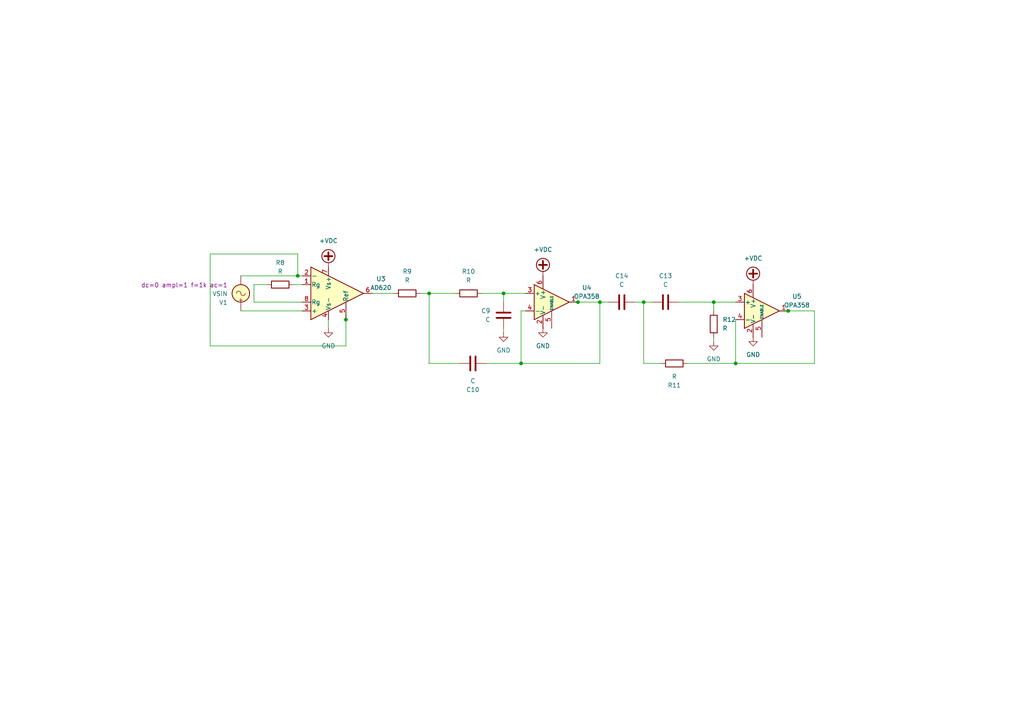
<source format=kicad_sch>
(kicad_sch (version 20231120) (generator "eeschema") (generator_version "8.0")
  (paper "A4")
  (lib_symbols
    (symbol "Amplifier_Instrumentation:AD620" (pin_names (offset 0.127))
      (property "Reference" "U" (at 3.81 7.62 0))
      (property "Value" "AD620" (at 5.08 5.08 0))
      (symbol "AD620_0_1"
        (polyline (pts (xy -7.62 7.62) (xy -7.62 -7.62) (xy 7.62 0) (xy -7.62 7.62)) (stroke (width 0.254)) (fill (type background)))
      )
      (symbol "AD620_1_1"
        (pin passive line (at -10.16 2.54 0) (length 2.54) (name "Rg") (number "1"))
        (pin input line (at -10.16 5.08 0) (length 2.54) (name "-") (number "2"))
        (pin input line (at -10.16 -5.08 0) (length 2.54) (name "+") (number "3"))
        (pin power_in line (at -2.54 -7.62 90) (length 2.54) (name "Vs-") (number "4"))
        (pin passive line (at 2.54 -7.62 90) (length 5.08) (name "Ref") (number "5"))
        (pin output line (at 10.16 0 180) (length 2.54) (name "~") (number "6"))
        (pin power_in line (at -2.54 7.62 270) (length 2.54) (name "Vs+") (number "7"))
        (pin passive line (at -10.16 -2.54 0) (length 2.54) (name "Rg") (number "8"))
      )
    )
    (symbol "Device:C" (pin_numbers hide) (pin_names (offset 0.254))
      (property "Reference" "C" (at 0.635 2.54 0))
      (property "Value" "C" (at 0.635 -2.54 0))
      (symbol "C_0_1"
        (polyline (pts (xy -2.032 -0.762) (xy 2.032 -0.762)) (stroke (width 0.508)))
        (polyline (pts (xy -2.032 0.762) (xy 2.032 0.762)) (stroke (width 0.508)))
      )
      (symbol "C_1_1"
        (pin passive line (at 0 3.81 270) (length 2.794) (name "~") (number "1"))
        (pin passive line (at 0 -3.81 90) (length 2.794) (name "~") (number "2"))
      )
    )
    (symbol "Device:R" (pin_numbers hide) (pin_names (offset 0))
      (property "Reference" "R" (at 2.032 0 90))
      (property "Value" "R" (at 0 0 90))
      (symbol "R_0_1"
        (rectangle (start -1.016 -2.54) (end 1.016 2.54) (stroke (width 0.254)))
      )
      (symbol "R_1_1"
        (pin passive line (at 0 3.81 270) (length 1.27) (name "~") (number "1"))
        (pin passive line (at 0 -3.81 90) (length 1.27) (name "~") (number "2"))
      )
    )
    (symbol "OPA358:OPA358" (pin_names (offset 0.127))
      (property "Reference" "U" (at 3.81 3.81 0))
      (property "Value" "OPA358" (at 3.81 -3.81 0))
      (symbol "OPA358_0_1"
        (polyline (pts (xy -5.08 5.08) (xy 5.08 0) (xy -5.08 -5.08) (xy -5.08 5.08)) (stroke (width 0.254)) (fill (type background)))
      )
      (symbol "OPA358_1_1"
        (pin output line (at 7.62 0 180) (length 2.54) (name "~") (number "1"))
        (pin power_in line (at -2.54 -7.62 90) (length 3.81) (name "V-") (number "2"))
        (pin input line (at -7.62 2.54 0) (length 2.54) (name "+") (number "3"))
        (pin input line (at -7.62 -2.54 0) (length 2.54) (name "-") (number "4"))
        (pin input line (at 0 -7.62 90) (length 5.08) (name "ENABLE") (number "5"))
        (pin power_in line (at -2.54 7.62 270) (length 3.81) (name "V+") (number "6"))
      )
    )
    (symbol "Simulation_SPICE:VSIN" (pin_numbers hide) (pin_names (offset 0.0254))
      (property "Reference" "V" (at 2.54 2.54 0))
      (property "Value" "VSIN" (at 2.54 0 0))
      (property "Sim.Params" "dc=0 ampl=1 f=1k ac=1" (at 2.54 -2.54 0))
      (symbol "VSIN_0_0"
        (arc (start 0 0) (mid -0.635 0.6323) (end -1.27 0))
        (arc (start 0 0) (mid 0.635 -0.6323) (end 1.27 0))
        (text "+" (at 0 1.905 0) (effects (font (size 1.27 1.27))))
      )
      (symbol "VSIN_0_1"
        (circle (center 0 0) (radius 2.54) (stroke (width 0.254)) (fill (type background)))
      )
      (symbol "VSIN_1_1"
        (pin passive line (at 0 5.08 270) (length 2.54) (name "~") (number "1"))
        (pin passive line (at 0 -5.08 90) (length 2.54) (name "~") (number "2"))
      )
    )
    (symbol "power:+VDC" (power) (pin_numbers hide) (pin_names (offset 0) hide)
      (property "Value" "+VDC" (at 0 6.35 0))
      (symbol "+VDC_0_1"
        (polyline (pts (xy -1.143 3.175) (xy 1.143 3.175)) (stroke (width 0.508)))
        (polyline (pts (xy 0 0) (xy 0 1.27)))
        (polyline (pts (xy 0 2.032) (xy 0 4.318)) (stroke (width 0.508)))
        (circle (center 0 3.175) (radius 1.905) (stroke (width 0.254)))
      )
      (symbol "+VDC_1_1"
        (pin power_in line (at 0 0 90) (length 0) (name "~") (number "1"))
      )
    )
    (symbol "power:GND" (power) (pin_numbers hide) (pin_names (offset 0) hide)
      (property "Value" "GND" (at 0 -3.81 0))
      (symbol "GND_0_1"
        (polyline (pts (xy 0 0) (xy 0 -1.27) (xy 1.27 -1.27) (xy 0 -2.54) (xy -1.27 -1.27) (xy 0 -1.27)))
      )
      (symbol "GND_1_1"
        (pin power_in line (at 0 0 270) (length 0) (name "~") (number "1"))
      )
    )
  )
  (junction (at 151.13 105.41))
  (junction (at 207.01 87.63))
  (junction (at 186.69 87.63))
  (junction (at 228.6 90.17))
  (junction (at 167.64 87.63))
  (junction (at 213.36 105.41))
  (junction (at 100.33 92.71))
  (junction (at 146.05 85.09))
  (junction (at 86.36 80.01))
  (junction (at 124.46 85.09))
  (junction (at 173.99 87.63))
  (wire (pts (xy 85.09 82.55) (xy 87.63 82.55)))
  (wire (pts (xy 107.95 85.09) (xy 114.3 85.09)))
  (wire (pts (xy 124.46 85.09) (xy 124.46 105.41)))
  (wire (pts (xy 86.36 80.01) (xy 87.63 80.01)))
  (wire (pts (xy 146.05 95.25) (xy 146.05 96.52)))
  (wire (pts (xy 73.66 87.63) (xy 87.63 87.63)))
  (wire (pts (xy 86.36 80.01) (xy 86.36 73.66)))
  (wire (pts (xy 124.46 105.41) (xy 133.35 105.41)))
  (wire (pts (xy 73.66 82.55) (xy 73.66 87.63)))
  (wire (pts (xy 213.36 92.71) (xy 213.36 105.41)))
  (wire (pts (xy 139.7 85.09) (xy 146.05 85.09)))
  (wire (pts (xy 199.39 105.41) (xy 213.36 105.41)))
  (wire (pts (xy 69.85 90.17) (xy 87.63 90.17)))
  (wire (pts (xy 226.06 90.17) (xy 228.6 90.17)))
  (wire (pts (xy 165.1 87.63) (xy 167.64 87.63)))
  (wire (pts (xy 207.01 87.63) (xy 207.01 90.17)))
  (wire (pts (xy 151.13 105.41) (xy 173.99 105.41)))
  (wire (pts (xy 146.05 85.09) (xy 146.05 87.63)))
  (wire (pts (xy 60.96 73.66) (xy 60.96 100.33)))
  (wire (pts (xy 100.33 91.44) (xy 100.33 92.71)))
  (wire (pts (xy 173.99 105.41) (xy 173.99 87.63)))
  (wire (pts (xy 213.36 105.41) (xy 236.22 105.41)))
  (wire (pts (xy 186.69 87.63) (xy 189.23 87.63)))
  (wire (pts (xy 167.64 87.63) (xy 173.99 87.63)))
  (wire (pts (xy 146.05 85.09) (xy 152.4 85.09)))
  (wire (pts (xy 207.01 97.79) (xy 207.01 99.06)))
  (wire (pts (xy 196.85 87.63) (xy 207.01 87.63)))
  (wire (pts (xy 69.85 80.01) (xy 86.36 80.01)))
  (wire (pts (xy 60.96 100.33) (xy 100.33 100.33)))
  (wire (pts (xy 86.36 73.66) (xy 60.96 73.66)))
  (wire (pts (xy 124.46 85.09) (xy 132.08 85.09)))
  (wire (pts (xy 121.92 85.09) (xy 124.46 85.09)))
  (wire (pts (xy 186.69 87.63) (xy 186.69 105.41)))
  (wire (pts (xy 151.13 90.17) (xy 151.13 105.41)))
  (wire (pts (xy 207.01 87.63) (xy 213.36 87.63)))
  (wire (pts (xy 184.15 87.63) (xy 186.69 87.63)))
  (wire (pts (xy 186.69 105.41) (xy 191.77 105.41)))
  (wire (pts (xy 100.33 92.71) (xy 100.33 100.33)))
  (wire (pts (xy 140.97 105.41) (xy 151.13 105.41)))
  (wire (pts (xy 151.13 90.17) (xy 152.4 90.17)))
  (wire (pts (xy 173.99 87.63) (xy 176.53 87.63)))
  (wire (pts (xy 236.22 105.41) (xy 236.22 90.17)))
  (wire (pts (xy 73.66 82.55) (xy 77.47 82.55)))
  (wire (pts (xy 95.25 92.71) (xy 95.25 95.25)))
  (wire (pts (xy 228.6 90.17) (xy 236.22 90.17)))
  (symbol (lib_id "power:GND") (at 218.44 97.79 0) (unit 1)
    (property "Reference" "#PWR022" (effects (hide yes)))
    (property "Value" "GND" (at 218.44 102.87 0))
    (property "Description" "Power symbol creates a global label with name \"GND\" , ground" (effects (hide yes)))
  )
  (symbol (lib_id "Device:C") (at 193.04 87.63 90) (unit 1)
    (property "Reference" "C13" (at 193.04 80.01 90))
    (property "Value" "C" (at 193.04 82.55 90))
    (property "Description" "Unpolarized capacitor" (effects (hide yes)))
  )
  (symbol (lib_id "Device:R") (at 81.28 82.55 90) (unit 1)
    (property "Reference" "R8" (at 81.28 76.2 90))
    (property "Value" "R" (at 81.28 78.74 90))
    (property "Description" "Resistor" (effects (hide yes)))
  )
  (symbol (lib_id "Device:C") (at 146.05 91.44 0) (mirror y) (unit 1)
    (property "Reference" "C9" (at 142.24 90.1699 0) (effects (justify left)))
    (property "Value" "C" (at 142.24 92.7099 0) (effects (justify left)))
    (property "Description" "Unpolarized capacitor" (effects (hide yes)))
  )
  (symbol (lib_id "power:GND") (at 207.01 99.06 0) (unit 1)
    (property "Reference" "#PWR020" (effects (hide yes)))
    (property "Value" "GND" (at 207.01 104.14 0))
    (property "Description" "Power symbol creates a global label with name \"GND\" , ground" (effects (hide yes)))
  )
  (symbol (lib_id "power:GND") (at 146.05 96.52 0) (unit 1)
    (property "Reference" "#PWR017" (effects (hide yes)))
    (property "Value" "GND" (at 146.05 101.6 0))
    (property "Description" "Power symbol creates a global label with name \"GND\" , ground" (effects (hide yes)))
  )
  (symbol (lib_id "Device:R") (at 195.58 105.41 90) (mirror x) (unit 1)
    (property "Reference" "R11" (at 195.58 111.76 90))
    (property "Value" "R" (at 195.58 109.22 90))
    (property "Description" "Resistor" (effects (hide yes)))
  )
  (symbol (lib_id "OPA358:OPA358") (at 160.02 87.63 0) (unit 1)
    (property "Reference" "U4" (at 170.18 83.439 0))
    (property "Value" "OPA358" (at 170.18 85.979 0))
    (property "Datasheet" "http://www.ti.com/lit/ds/symlink/opa358.pdf" (effects (hide yes)))
    (property "Description" "3V Single-Supply80MHz High-Speed Op Amp, SC70" (effects (hide yes)))
  )
  (symbol (lib_id "Amplifier_Instrumentation:AD620") (at 97.79 85.09 0) (unit 1)
    (property "Reference" "U3" (at 110.49 80.899 0))
    (property "Value" "AD620" (at 110.49 83.439 0))
    (property "Datasheet" "https://www.analog.com/media/en/technical-documentation/data-sheets/AD620.pdf" (effects (hide yes)))
    (property "Description" "Low Cost, Low Power, Instrumentation Amplifier, DIP-8/SOIC-8" (effects (hide yes)))
  )
  (symbol (lib_id "power:+VDC") (at 218.44 82.55 0) (unit 1)
    (property "Reference" "#PWR021" (effects (hide yes)))
    (property "Value" "+VDC" (at 218.44 74.93 0))
    (property "Description" "Power symbol creates a global label with name \"+VDC\"" (effects (hide yes)))
  )
  (symbol (lib_id "Device:R") (at 207.01 93.98 0) (unit 1)
    (property "Reference" "R12" (at 209.55 92.7099 0) (effects (justify left)))
    (property "Value" "R" (at 209.55 95.2499 0) (effects (justify left)))
    (property "Description" "Resistor" (effects (hide yes)))
  )
  (symbol (lib_id "Device:R") (at 135.89 85.09 90) (unit 1)
    (property "Reference" "R10" (at 135.89 78.74 90))
    (property "Value" "R" (at 135.89 81.28 90))
    (property "Description" "Resistor" (effects (hide yes)))
  )
  (symbol (lib_id "Device:C") (at 180.34 87.63 90) (unit 1)
    (property "Reference" "C14" (at 180.34 80.01 90))
    (property "Value" "C" (at 180.34 82.55 90))
    (property "Description" "Unpolarized capacitor" (effects (hide yes)))
  )
  (symbol (lib_id "power:GND") (at 95.25 95.25 0) (unit 1)
    (property "Reference" "#PWR015" (effects (hide yes)))
    (property "Value" "GND" (at 95.25 100.33 0))
    (property "Description" "Power symbol creates a global label with name \"GND\" , ground" (effects (hide yes)))
  )
  (symbol (lib_id "Device:C") (at 137.16 105.41 90) (mirror x) (unit 1)
    (property "Reference" "C10" (at 137.16 113.03 90))
    (property "Value" "C" (at 137.16 110.49 90))
    (property "Description" "Unpolarized capacitor" (effects (hide yes)))
  )
  (symbol (lib_id "OPA358:OPA358") (at 220.98 90.17 0) (unit 1)
    (property "Reference" "U5" (at 231.14 85.979 0))
    (property "Value" "OPA358" (at 231.14 88.519 0))
    (property "Datasheet" "http://www.ti.com/lit/ds/symlink/opa358.pdf" (effects (hide yes)))
    (property "Description" "3V Single-Supply80MHz High-Speed Op Amp, SC70" (effects (hide yes)))
  )
  (symbol (lib_id "power:GND") (at 157.48 95.25 0) (unit 1)
    (property "Reference" "#PWR018" (effects (hide yes)))
    (property "Value" "GND" (at 157.48 100.33 0))
    (property "Description" "Power symbol creates a global label with name \"GND\" , ground" (effects (hide yes)))
  )
  (symbol (lib_id "power:+VDC") (at 157.48 80.01 0) (unit 1)
    (property "Reference" "#PWR019" (effects (hide yes)))
    (property "Value" "+VDC" (at 157.48 72.39 0))
    (property "Description" "Power symbol creates a global label with name \"+VDC\"" (effects (hide yes)))
  )
  (symbol (lib_id "Simulation_SPICE:VSIN") (at 69.85 85.09 180) (unit 1)
    (property "Reference" "V1" (at 66.04 87.7599 0) (effects (justify left)))
    (property "Value" "VSIN" (at 66.04 85.2199 0) (effects (justify left)))
    (property "Datasheet" "https://ngspice.sourceforge.io/docs/ngspice-html-manual/manual.xhtml#sec_Independent_Sources_for" (effects (hide yes)))
    (property "Description" "Voltage source, sinusoidal" (effects (hide yes)))
    (property "Sim.Pins" "1=+ 2=-" (effects (hide yes)))
    (property "Sim.Params" "dc=0 ampl=1 f=1k ac=1" (at 66.04 82.6799 0) (effects (justify left)))
    (property "Sim.Type" "SIN" (effects (hide yes)))
    (property "Sim.Device" "V" (effects (hide yes)))
  )
  (symbol (lib_id "power:+VDC") (at 95.25 77.47 0) (unit 1)
    (property "Reference" "#PWR016" (effects (hide yes)))
    (property "Value" "+VDC" (at 95.25 69.85 0))
    (property "Description" "Power symbol creates a global label with name \"+VDC\"" (effects (hide yes)))
  )
  (symbol (lib_id "Device:R") (at 118.11 85.09 90) (unit 1)
    (property "Reference" "R9" (at 118.11 78.74 90))
    (property "Value" "R" (at 118.11 81.28 90))
    (property "Description" "Resistor" (effects (hide yes)))
  )
)
</source>
